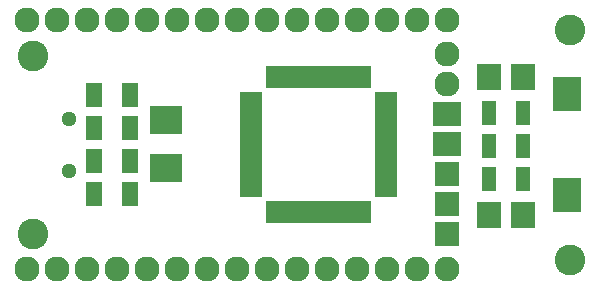
<source format=gbr>
G04 #@! TF.FileFunction,Soldermask,Bot*
%FSLAX46Y46*%
G04 Gerber Fmt 4.6, Leading zero omitted, Abs format (unit mm)*
G04 Created by KiCad (PCBNEW 4.0.2+dfsg1-2~bpo8+1-stable) date sáb 31 dic 2016 17:16:41 COT*
%MOMM*%
G01*
G04 APERTURE LIST*
%ADD10C,0.100000*%
%ADD11R,1.900000X0.950000*%
%ADD12R,0.950000X1.900000*%
%ADD13C,2.127200*%
%ADD14R,1.400000X2.000000*%
%ADD15R,1.997660X2.200860*%
%ADD16C,1.299160*%
%ADD17R,2.432000X2.127200*%
%ADD18R,2.127200X2.127200*%
%ADD19R,1.300000X2.100000*%
%ADD20R,2.400000X2.900000*%
%ADD21R,2.800000X2.400000*%
%ADD22C,2.600000*%
G04 APERTURE END LIST*
D10*
D11*
X85300000Y-64000000D03*
X85300000Y-63200000D03*
X85300000Y-62400000D03*
X85300000Y-61600000D03*
X85300000Y-60800000D03*
X85300000Y-60000000D03*
X85300000Y-59200000D03*
X85300000Y-58400000D03*
X85300000Y-57600000D03*
X85300000Y-56800000D03*
X85300000Y-56000000D03*
D12*
X87000000Y-54300000D03*
X87800000Y-54300000D03*
X88600000Y-54300000D03*
X89400000Y-54300000D03*
X90200000Y-54300000D03*
X91000000Y-54300000D03*
X91800000Y-54300000D03*
X92600000Y-54300000D03*
X93400000Y-54300000D03*
X94200000Y-54300000D03*
X95000000Y-54300000D03*
D11*
X96700000Y-56000000D03*
X96700000Y-56800000D03*
X96700000Y-57600000D03*
X96700000Y-58400000D03*
X96700000Y-59200000D03*
X96700000Y-60000000D03*
X96700000Y-60800000D03*
X96700000Y-61600000D03*
X96700000Y-62400000D03*
X96700000Y-63200000D03*
X96700000Y-64000000D03*
D12*
X95000000Y-65700000D03*
X94200000Y-65700000D03*
X93400000Y-65700000D03*
X92600000Y-65700000D03*
X91800000Y-65700000D03*
X91000000Y-65700000D03*
X90200000Y-65700000D03*
X89400000Y-65700000D03*
X88600000Y-65700000D03*
X87800000Y-65700000D03*
X87000000Y-65700000D03*
D13*
X78994000Y-70485000D03*
D14*
X72009000Y-61374800D03*
X75009000Y-61374800D03*
X72009000Y-58580800D03*
X75009000Y-58580800D03*
X72009000Y-64168800D03*
X75009000Y-64168800D03*
X75009000Y-55786800D03*
X72009000Y-55786800D03*
D15*
X105443140Y-54251900D03*
X108282860Y-54251900D03*
X105443140Y-65935900D03*
X108282860Y-65935900D03*
D16*
X69850900Y-57800360D03*
X69850900Y-62199640D03*
D17*
X101854000Y-57404000D03*
D18*
X101854000Y-62484000D03*
D17*
X101854000Y-59944000D03*
D18*
X101854000Y-65024000D03*
D13*
X68834000Y-49403000D03*
X96774000Y-49403000D03*
X71374000Y-49403000D03*
X99314000Y-49403000D03*
X73914000Y-49403000D03*
X101854000Y-49403000D03*
X81534000Y-49403000D03*
X101854000Y-52324000D03*
X84074000Y-49403000D03*
X101854000Y-54864000D03*
X86614000Y-49403000D03*
X101854000Y-70485000D03*
X89154000Y-49403000D03*
X89154000Y-70485000D03*
X86614000Y-70485000D03*
X76454000Y-70485000D03*
X84074000Y-70485000D03*
X99314000Y-70485000D03*
X81534000Y-70485000D03*
X94234000Y-70485000D03*
X73914000Y-70485000D03*
X91694000Y-70485000D03*
X71374000Y-70485000D03*
X91694000Y-49403000D03*
X68834000Y-70485000D03*
X94234000Y-49403000D03*
X66294000Y-70485000D03*
X96774000Y-70485000D03*
X78994000Y-49403000D03*
X76454000Y-49403000D03*
D19*
X105383000Y-57299900D03*
X108283000Y-57299900D03*
X105383000Y-60093900D03*
X108283000Y-60093900D03*
X108283000Y-62887900D03*
X105383000Y-62887900D03*
D20*
X112011000Y-55724900D03*
X112011000Y-64274900D03*
D21*
X78063000Y-57871800D03*
X78063000Y-61971800D03*
D13*
X66294000Y-49403000D03*
D18*
X101854000Y-67564000D03*
D22*
X112268000Y-50292000D03*
X112268000Y-69723000D03*
X66802000Y-52451000D03*
X66802000Y-67564000D03*
M02*

</source>
